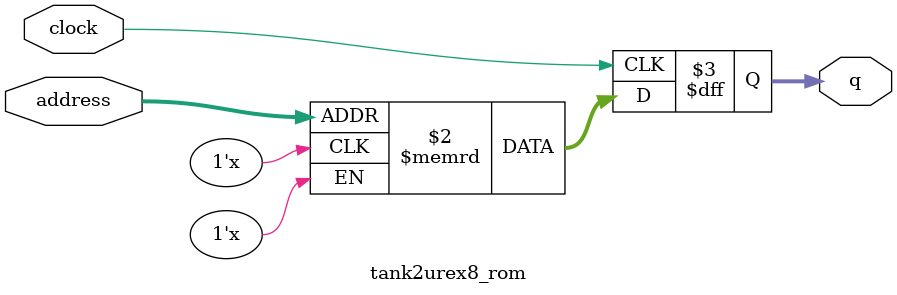
<source format=sv>
module tank2urex8_rom (
	input logic clock,
	input logic [9:0] address,
	output logic [3:0] q
);

logic [3:0] memory [0:1023] /* synthesis ram_init_file = "./tank2urex8/tank2urex8.mif" */;

always_ff @ (posedge clock) begin
	q <= memory[address];
end

endmodule

</source>
